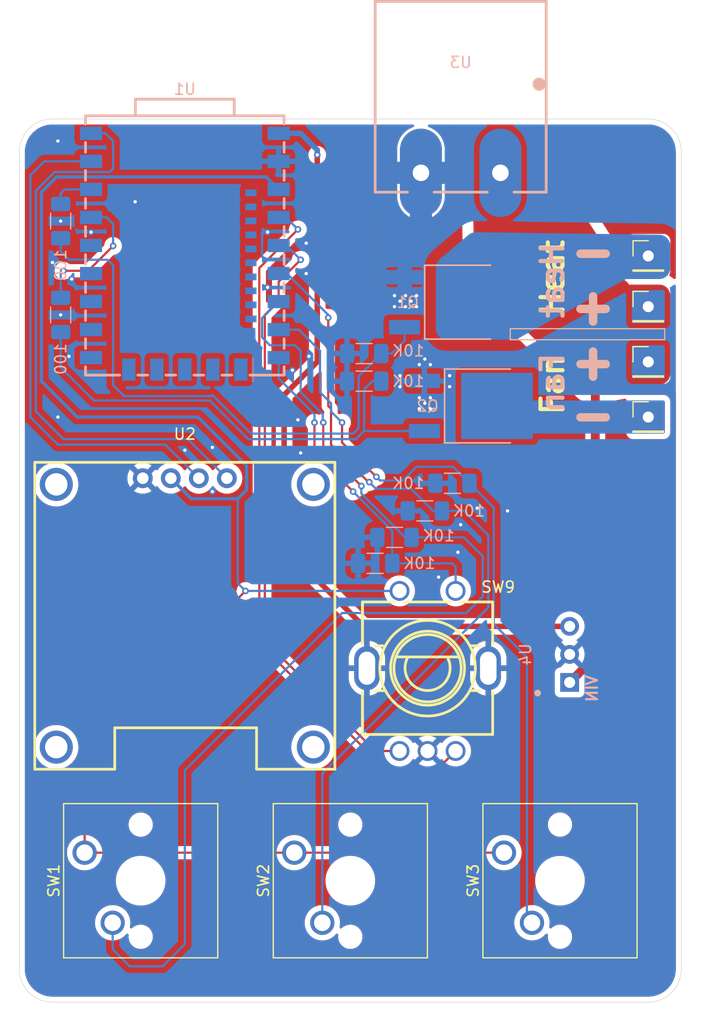
<source format=kicad_pcb>
(kicad_pcb (version 20241229) (generator "pcbnew") (generator_version "9.0")
  (layers (0 "F.Cu" signal) (2 "B.Cu" signal) (13 "F.Paste" user) (15 "B.Paste" user) (5 "F.SilkS" user "F.Silkscreen") (7 "B.SilkS" user "B.Silkscreen") (1 "F.Mask" user) (3 "B.Mask" user) (25 "Edge.Cuts" user))
  (net 0 "")
  (net 1 "Net-(J1-Pin_1)")
  (net 2 "+19V")
  (net 3 "Net-(J4-Pin_1)")
  (net 4 "GND")
  (net 5 "Net-(Q1-G)")
  (net 6 "Net-(Q2-G)")
  (net 7 "Net-(U1-GP2)")
  (net 8 "Net-(U1-GP3)")
  (net 9 "SW1")
  (net 10 "SW2")
  (net 11 "SW3")
  (net 12 "SW4")
  (net 13 "+3.3V")
  (net 16 "+5V")
  (net 21 "Net-(U1-GP1)")
  (net 25 "Net-(U1-GP0)")
  (net 27 "EC1")
  (net 28 "EC2")
  (footprint "Button_Switch_Keyboard:SW_Cherry_MX_1.00u_PCB" (layer "F.Cu") (at 149.92 126.46 90)
    (property "Reference" "SW2" (at -2.54 -2.794 90) (layer "F.SilkS"))
    (property "Value" "SW_Push")
    (fp_line (start 4.445 -1.905) (end 4.445 12.065) (stroke (width 0.12)) (layer "F.SilkS"))
    (fp_line (start -9.525 -1.905) (end 4.445 -1.905) (stroke (width 0.12)) (layer "F.SilkS"))
    (fp_line (start 4.445 12.065) (end -9.525 12.065) (stroke (width 0.12)) (layer "F.SilkS"))
    (fp_line (start -9.525 12.065) (end -9.525 -1.905) (stroke (width 0.12)) (layer "F.SilkS"))
    (pad "" np_thru_hole circle (at -7.62 5.08 90) (size 1.7 1.7) (drill 1.7) (layers "*.Cu" "*.Mask"))
    (pad "" np_thru_hole circle (at -2.54 5.08 90) (size 4 4) (drill 4) (layers "*.Cu" "*.Mask"))
    (pad "" np_thru_hole circle (at 2.54 5.08 90) (size 1.7 1.7) (drill 1.7) (layers "*.Cu" "*.Mask"))
    (pad "1" thru_hole circle (at 0 0 90) (size 2.2 2.2) (drill 1.5) (layers "*.Cu" "*.Mask") (net 13 "+3.3V"))
    (pad "2" thru_hole circle (at -6.35 2.54 90) (size 2.2 2.2) (drill 1.5) (layers "*.Cu" "*.Mask") (net 9 "SW1"))
  )
  (footprint "Button_Switch_Keyboard:SW_Cherry_MX_1.00u_PCB" (layer "F.Cu") (at 130.92 126.46 90)
    (property "Reference" "SW1" (at -2.54 -2.794 90) (layer "F.SilkS"))
    (property "Value" "SW_Push")
    (fp_line (start 4.445 -1.905) (end 4.445 12.065) (stroke (width 0.12)) (layer "F.SilkS"))
    (fp_line (start -9.525 -1.905) (end 4.445 -1.905) (stroke (width 0.12)) (layer "F.SilkS"))
    (fp_line (start 4.445 12.065) (end -9.525 12.065) (stroke (width 0.12)) (layer "F.SilkS"))
    (fp_line (start -9.525 12.065) (end -9.525 -1.905) (stroke (width 0.12)) (layer "F.SilkS"))
    (pad "" np_thru_hole circle (at -7.62 5.08 90) (size 1.7 1.7) (drill 1.7) (layers "*.Cu" "*.Mask"))
    (pad "" np_thru_hole circle (at -2.54 5.08 90) (size 4 4) (drill 4) (layers "*.Cu" "*.Mask"))
    (pad "" np_thru_hole circle (at 2.54 5.08 90) (size 1.7 1.7) (drill 1.7) (layers "*.Cu" "*.Mask"))
    (pad "1" thru_hole circle (at 0 0 90) (size 2.2 2.2) (drill 1.5) (layers "*.Cu" "*.Mask") (net 13 "+3.3V"))
    (pad "2" thru_hole circle (at -6.35 2.54 90) (size 2.2 2.2) (drill 1.5) (layers "*.Cu" "*.Mask") (net 10 "SW2"))
  )
  (footprint "Connector_PinHeader_2.54mm:PinHeader_1x01_P2.54mm_Vertical" (layer "F.Cu") (at 182 77)
    (property "Reference" "J2" (hide yes))
    (property "Value" "+" (at -5 0 0) (layer "F.SilkS") (effects (font (size 3 3) (thickness 0.75) (bold yes))))
    (fp_line (start -1.38 -1.38) (end 0 -1.38) (stroke (width 0.12)) (layer "F.SilkS"))
    (fp_line (start -1.38 0) (end -1.38 -1.38) (stroke (width 0.12)) (layer "F.SilkS"))
    (fp_line (start -1.38 1.27) (end -1.38 1.38) (stroke (width 0.12)) (layer "F.SilkS"))
    (fp_line (start -1.38 1.27) (end 1.38 1.27) (stroke (width 0.12)) (layer "F.SilkS"))
    (fp_line (start -1.38 1.38) (end 1.38 1.38) (stroke (width 0.12)) (layer "F.SilkS"))
    (fp_line (start 1.38 1.27) (end 1.38 1.38) (stroke (width 0.12)) (layer "F.SilkS"))
    (pad "1" thru_hole roundrect (at 0 0) (size 3 3) (drill 1) (layers "*.Cu" "*.Mask") (roundrect_rratio 0.05) (net 2 "+19V"))
  )
  (footprint "LCSC:OLED-TH_L27.8-W27.2-P2.54_C9900033791" (layer "F.Cu") (at 140 92.54)
    (property "Reference" "U2" (at 0 -4 0) (layer "F.SilkS"))
    (property "Value" "HS96L03W2C03")
    (fp_line (start -13.6 -1.44) (end 13.6 -1.44) (stroke (width 0.25)) (layer "F.SilkS"))
    (fp_line (start -13.6 26.36) (end -13.6 -1.44) (stroke (width 0.25)) (layer "F.SilkS"))
    (fp_line (start -6.35 22.61) (end -6.35 26.36) (stroke (width 0.25)) (layer "F.SilkS"))
    (fp_line (start -6.35 26.36) (end -13.6 26.36) (stroke (width 0.25)) (layer "F.SilkS"))
    (fp_line (start 6.5 22.61) (end -6.35 22.61) (stroke (width 0.25)) (layer "F.SilkS"))
    (fp_line (start 6.5 26.36) (end 6.5 22.61) (stroke (width 0.25)) (layer "F.SilkS"))
    (fp_line (start 13.6 -1.44) (end 13.6 26.36) (stroke (width 0.25)) (layer "F.SilkS"))
    (fp_line (start 13.6 26.36) (end 6.5 26.36) (stroke (width 0.25)) (layer "F.SilkS"))
    (pad "" thru_hole circle (at -11.65 0.56) (size 3 3) (drill 2.03) (layers "*.Cu" "*.Mask"))
    (pad "" thru_hole circle (at -11.65 24.36) (size 3 3) (drill 2.03) (layers "*.Cu" "*.Mask"))
    (pad "" thru_hole circle (at 11.65 0.56) (size 3 3) (drill 2.03) (layers "*.Cu" "*.Mask"))
    (pad "" thru_hole circle (at 11.65 24.36) (size 3 3) (drill 2.03) (layers "*.Cu" "*.Mask"))
    (pad "1" thru_hole circle (at -3.81 0) (size 1.8 1.8) (drill 1.049985) (layers "*.Cu" "*.Mask") (net 4 "GND"))
    (pad "2" thru_hole circle (at -1.27 0) (size 1.8 1.8) (drill 1.049985) (layers "*.Cu" "*.Mask") (net 13 "+3.3V"))
    (pad "3" thru_hole circle (at 1.27 0) (size 1.8 1.8) (drill 1.049985) (layers "*.Cu" "*.Mask") (net 21 "Net-(U1-GP1)"))
    (pad "4" thru_hole circle (at 3.81 0) (size 1.8 1.8) (drill 1.049985) (layers "*.Cu" "*.Mask") (net 25 "Net-(U1-GP0)"))
  )
  (footprint "Connector_PinHeader_2.54mm:PinHeader_1x01_P2.54mm_Vertical" (layer "F.Cu") (at 182 82)
    (property "Reference" "J3" (hide yes))
    (property "Value" "+" (at -5 0 0) (layer "F.SilkS") (effects (font (size 3 3) (thickness 0.75) (bold yes))))
    (fp_line (start -1.38 -1.38) (end 0 -1.38) (stroke (width 0.12)) (layer "F.SilkS"))
    (fp_line (start -1.38 0) (end -1.38 -1.38) (stroke (width 0.12)) (layer "F.SilkS"))
    (fp_line (start -1.38 1.27) (end -1.38 1.38) (stroke (width 0.12)) (layer "F.SilkS"))
    (fp_line (start -1.38 1.27) (end 1.38 1.27) (stroke (width 0.12)) (layer "F.SilkS"))
    (fp_line (start -1.38 1.38) (end 1.38 1.38) (stroke (width 0.12)) (layer "F.SilkS"))
    (fp_line (start 1.38 1.27) (end 1.38 1.38) (stroke (width 0.12)) (layer "F.SilkS"))
    (pad "1" thru_hole roundrect (at 0 0) (size 3 3) (drill 1) (layers "*.Cu" "*.Mask") (roundrect_rratio 0.05) (net 2 "+19V"))
  )
  (footprint "Connector_PinHeader_2.54mm:PinHeader_1x01_P2.54mm_Vertical" (layer "F.Cu") (at 182 72.41)
    (property "Reference" "J1" (hide yes))
    (property "Value" "-" (at -5 -0.41 0) (layer "F.SilkS") (effects (font (size 3 3) (thickness 0.75) (bold yes))))
    (fp_line (start -1.38 -1.38) (end 0 -1.38) (stroke (width 0.12)) (layer "F.SilkS"))
    (fp_line (start -1.38 0) (end -1.38 -1.38) (stroke (width 0.12)) (layer "F.SilkS"))
    (fp_line (start -1.38 1.27) (end -1.38 1.38) (stroke (width 0.12)) (layer "F.SilkS"))
    (fp_line (start -1.38 1.27) (end 1.38 1.27) (stroke (width 0.12)) (layer "F.SilkS"))
    (fp_line (start -1.38 1.38) (end 1.38 1.38) (stroke (width 0.12)) (layer "F.SilkS"))
    (fp_line (start 1.38 1.27) (end 1.38 1.38) (stroke (width 0.12)) (layer "F.SilkS"))
    (pad "1" thru_hole roundrect (at 0 0) (size 3 3) (drill 1) (layers "*.Cu" "*.Mask") (roundrect_rratio 0.05) (net 1 "Net-(J1-Pin_1)"))
  )
  (footprint "Button_Switch_Keyboard:SW_Cherry_MX_1.00u_PCB" (layer "F.Cu") (at 168.92 126.46 90)
    (property "Reference" "SW3" (at -2.54 -2.794 90) (layer "F.SilkS"))
    (property "Value" "SW_Push")
    (fp_line (start 4.445 -1.905) (end 4.445 12.065) (stroke (width 0.12)) (layer "F.SilkS"))
    (fp_line (start -9.525 -1.905) (end 4.445 -1.905) (stroke (width 0.12)) (layer "F.SilkS"))
    (fp_line (start 4.445 12.065) (end -9.525 12.065) (stroke (width 0.12)) (layer "F.SilkS"))
    (fp_line (start -9.525 12.065) (end -9.525 -1.905) (stroke (width 0.12)) (layer "F.SilkS"))
    (pad "" np_thru_hole circle (at -7.62 5.08 90) (size 1.7 1.7) (drill 1.7) (layers "*.Cu" "*.Mask"))
    (pad "" np_thru_hole circle (at -2.54 5.08 90) (size 4 4) (drill 4) (layers "*.Cu" "*.Mask"))
    (pad "" np_thru_hole circle (at 2.54 5.08 90) (size 1.7 1.7) (drill 1.7) (layers "*.Cu" "*.Mask"))
    (pad "1" thru_hole circle (at 0 0 90) (size 2.2 2.2) (drill 1.5) (layers "*.Cu" "*.Mask") (net 13 "+3.3V"))
    (pad "2" thru_hole circle (at -6.35 2.54 90) (size 2.2 2.2) (drill 1.5) (layers "*.Cu" "*.Mask") (net 11 "SW3"))
  )
  (footprint "LCSC:SW-TH_EC11XXXXXXXX" (layer "F.Cu") (at 162 110)
    (property "Reference" "SW9" (at 6.4 -7.6 0) (layer "F.SilkS"))
    (property "Value" "EC11E09244BS")
    (fp_line (start -5.9 -6.25) (end -5.9 -2.42) (stroke (width 0.25)) (layer "F.SilkS"))
    (fp_line (start -5.9 -6.25) (end -5.9 -2.42) (stroke (width 0.25)) (layer "F.SilkS"))
    (fp_line (start -5.9 -6.25) (end -3.07 -6.25) (stroke (width 0.25)) (layer "F.SilkS"))
    (fp_line (start -5.9 1.92) (end -5.9 5.75) (stroke (width 0.25)) (layer "F.SilkS"))
    (fp_line (start -5.9 1.92) (end -5.9 5.75) (stroke (width 0.25)) (layer "F.SilkS"))
    (fp_line (start -4.79 1.78) (end -3.81 1.78) (stroke (width 0.25)) (layer "F.SilkS"))
    (fp_line (start -4.05 -2.28) (end -4.79 -2.28) (stroke (width 0.25)) (layer "F.SilkS"))
    (fp_line (start -2.79 -1.27) (end 2.79 -1.27) (stroke (width 0.25)) (layer "F.SilkS"))
    (fp_line (start -2.01 -6.25) (end 2.01 -6.25) (stroke (width 0.25)) (layer "F.SilkS"))
    (fp_line (start 3.07 -6.25) (end 5.9 -6.25) (stroke (width 0.25)) (layer "F.SilkS"))
    (fp_line (start 4.79 -2.28) (end 3.98 -2.28) (stroke (width 0.25)) (layer "F.SilkS"))
    (fp_line (start 4.79 1.78) (end 3.98 1.78) (stroke (width 0.25)) (layer "F.SilkS"))
    (fp_line (start 5.9 -2.42) (end 5.9 -6.25) (stroke (width 0.25)) (layer "F.SilkS"))
    (fp_line (start 5.9 5.75) (end -5.9 5.75) (stroke (width 0.25)) (layer "F.SilkS"))
    (fp_line (start 5.9 5.75) (end 5.9 1.92) (stroke (width 0.25)) (layer "F.SilkS"))
    (fp_arc (start 1.782861 -1.26489) (mid -0.002928 1.771664) (end -1.78 -1.27) (stroke (width 0.25)) (layer "F.SilkS"))
    (fp_circle (center 0 -0.25) (end 3.05 -0.25) (stroke (width 0.25)) (fill no) (layer "F.SilkS"))
    (fp_circle (center 0 -0.25) (end 3.35 -0.25) (stroke (width 0.25)) (fill no) (layer "F.SilkS"))
    (fp_circle (center 0 -0.25) (end 4.33 -0.25) (stroke (width 0.25)) (fill no) (layer "F.SilkS"))
    (pad "6" thru_hole oval (at 5.5 -0.25 90) (size 4 2.3) (drill oval 2.999994 1.500022) (layers "*.Cu" "*.Mask") (net 4 "GND"))
    (pad "7" thru_hole oval (at -5.5 -0.25 90) (size 4 2.3) (drill oval 2.999994 1.500022) (layers "*.Cu" "*.Mask") (net 4 "GND"))
    (pad "A" thru_hole circle (at -2.54 7.25) (size 1.8 1.8) (drill 1.300023) (layers "*.Cu" "*.Mask") (net 28 "EC2"))
    (pad "B" thru_hole circle (at 2.54 7.25) (size 1.8 1.8) (drill 1.300023) (layers "*.Cu" "*.Mask") (net 27 "EC1"))
    (pad "C" thru_hole circle (at 0 7.25) (size 1.8 1.8) (drill 1.300023) (layers "*.Cu" "*.Mask") (net 4 "GND"))
    (pad "D" thru_hole circle (at -2.54 -7.25) (size 1.8 1.8) (drill 1.300023) (layers "*.Cu" "*.Mask") (net 13 "+3.3V"))
    (pad "E" thru_hole circle (at 2.54 -7.25) (size 1.8 1.8) (drill 1.300023) (layers "*.Cu" "*.Mask") (net 12 "SW4"))
  )
  (footprint "Connector_PinHeader_2.54mm:PinHeader_1x01_P2.54mm_Vertical" (layer "F.Cu") (at 182 87)
    (property "Reference" "J4" (hide yes))
    (property "Value" "-" (at -5 -0.18 0) (layer "F.SilkS") (effects (font (size 3 3) (thickness 0.75) (bold yes))))
    (fp_line (start -1.38 -1.38) (end 0 -1.38) (stroke (width 0.12)) (layer "F.SilkS"))
    (fp_line (start -1.38 0) (end -1.38 -1.38) (stroke (width 0.12)) (layer "F.SilkS"))
    (fp_line (start -1.38 1.27) (end -1.38 1.38) (stroke (width 0.12)) (layer "F.SilkS"))
    (fp_line (start -1.38 1.27) (end 1.38 1.27) (stroke (width 0.12)) (layer "F.SilkS"))
    (fp_line (start -1.38 1.38) (end 1.38 1.38) (stroke (width 0.12)) (layer "F.SilkS"))
    (fp_line (start 1.38 1.27) (end 1.38 1.38) (stroke (width 0.12)) (layer "F.SilkS"))
    (pad "1" thru_hole roundrect (at 0 0) (size 3 3) (drill 1) (layers "*.Cu" "*.Mask") (roundrect_rratio 0.05) (net 3 "Net-(J4-Pin_1)"))
  )
  (footprint "Resistor_SMD:R_1206_3216Metric_Pad1.30x1.75mm_HandSolder" (layer "B.Cu") (at 128.75 77.75 -90)
    (property "Reference" "R2" (hide yes))
    (property "Value" "100" (at 4 0 90) (layer "B.SilkS") (effects (justify mirror)))
    (fp_line (start -0.727064 0.91) (end 0.727064 0.91) (stroke (width 0.12)) (layer "B.SilkS"))
    (fp_line (start -0.727064 -0.91) (end 0.727064 -0.91) (stroke (width 0.12)) (layer "B.SilkS"))
    (pad "1" smd roundrect (at -1.55 0 270) (size 1.3 1.75) (layers "B.Cu" "B.Mask" "B.Paste") (roundrect_rratio 0.192308) (net 8 "Net-(U1-GP3)"))
    (pad "2" smd roundrect (at 1.55 0 270) (size 1.3 1.75) (layers "B.Cu" "B.Mask" "B.Paste") (roundrect_rratio 0.192308) (net 6 "Net-(Q2-G)"))
  )
  (footprint "LCSC:TO-252-2_L6.6-W6.1-P4.57-LS9.9-TL-CW" (layer "B.Cu") (at 165 86)
    (property "Reference" "Q2" (at -3 0 0) (layer "B.SilkS") (effects (justify mirror)))
    (property "Value" "IPD33CN10N G" (hide yes))
    (fp_line (start -1.46 3.34) (end -1.46 -3.35) (stroke (width 0.15)) (layer "B.SilkS"))
    (fp_line (start 4.51 -3.35) (end -1.46 -3.35) (stroke (width 0.15)) (layer "B.SilkS"))
    (fp_line (start 4.51 3.34) (end -1.46 3.34) (stroke (width 0.15)) (layer "B.SilkS"))
    (pad "1" smd rect (at -3.29 2.27) (size 2.8 1.3) (layers "B.Cu" "B.Mask" "B.Paste") (net 6 "Net-(Q2-G)"))
    (pad "2" smd rect (at 3.29 0) (size 6.5 6) (layers "B.Cu" "B.Mask" "B.Paste") (net 3 "Net-(J4-Pin_1)"))
    (pad "3" smd rect (at -3.29 -2.27) (size 2.8 1.3) (layers "B.Cu" "B.Mask" "B.Paste") (net 4 "GND"))
  )
  (footprint "Resistor_SMD:R_1206_3216Metric_Pad1.30x1.75mm_HandSolder" (layer "B.Cu") (at 159 97.9 180)
    (property "Reference" "R6" (hide yes))
    (property "Value" "10K" (at -4 0.15 0) (layer "B.SilkS") (effects (justify mirror)))
    (fp_line (start -0.727064 0.91) (end 0.727064 0.91) (stroke (width 0.12)) (layer "B.SilkS"))
    (fp_line (start -0.727064 -0.91) (end 0.727064 -0.91) (stroke (width 0.12)) (layer "B.SilkS"))
    (pad "1" smd roundrect (at -1.55 0 180) (size 1.3 1.75) (layers "B.Cu" "B.Mask" "B.Paste") (roundrect_rratio 0.192308) (net 10 "SW2"))
    (pad "2" smd roundrect (at 1.55 0 180) (size 1.3 1.75) (layers "B.Cu" "B.Mask" "B.Paste") (roundrect_rratio 0.192308) (net 4 "GND"))
  )
  (footprint "LCSC:PWRM-TH_K78XX-500R3" (layer "B.Cu") (at 174.875 108.5 -90)
    (property "Reference" "U4" (at 0 4 90) (layer "B.SilkS") (effects (justify mirror)))
    (property "Value" "K7805-500R3_C909662")
    (fp_circle (center 3.5 2.9) (end 3.65 2.9) (stroke (width 0.3)) (fill no) (layer "B.SilkS"))
    (fp_text user "VIN" (at 1.78 -2.03 90) (layer "B.SilkS") (effects (font (thickness 0.2)) (justify left mirror)))
    (pad "1" thru_hole rect (at 2.54 0 90) (size 1.7 1.7) (drill 0.999998) (layers "*.Cu" "*.Mask") (net 2 "+19V"))
    (pad "2" thru_hole circle (at 0 0 90) (size 1.7 1.7) (drill 0.999998) (layers "*.Cu" "*.Mask") (net 4 "GND"))
    (pad "3" thru_hole circle (at -2.54 0 90) (size 1.7 1.7) (drill 0.999998) (layers "*.Cu" "*.Mask") (net 16 "+5V"))
  )
  (footprint "Resistor_SMD:R_1206_3216Metric_Pad1.30x1.75mm_HandSolder" (layer "B.Cu") (at 157.25 100.25 180)
    (property "Reference" "R8" (hide yes))
    (property "Value" "10K" (at -4 0 0) (layer "B.SilkS") (effects (justify mirror)))
    (fp_line (start -0.727064 0.91) (end 0.727064 0.91) (stroke (width 0.12)) (layer "B.SilkS"))
    (fp_line (start -0.727064 -0.91) (end 0.727064 -0.91) (stroke (width 0.12)) (layer "B.SilkS"))
    (pad "1" smd roundrect (at -1.55 0 180) (size 1.3 1.75) (layers "B.Cu" "B.Mask" "B.Paste") (roundrect_rratio 0.192308) (net 12 "SW4"))
    (pad "2" smd roundrect (at 1.55 0 180) (size 1.3 1.75) (layers "B.Cu" "B.Mask" "B.Paste") (roundrect_rratio 0.192308) (net 4 "GND"))
  )
  (footprint "Resistor_SMD:R_1206_3216Metric_Pad1.30x1.75mm_HandSolder" (layer "B.Cu") (at 156.25 83.75)
    (property "Reference" "R3" (hide yes))
    (property "Value" "10K" (at 4 0 0) (layer "B.SilkS") (effects (justify mirror)))
    (fp_line (start -0.727064 -0.91) (end 0.727064 -0.91) (stroke (width 0.12)) (layer "B.SilkS"))
    (fp_line (start -0.727064 0.91) (end 0.727064 0.91) (stroke (width 0.12)) (layer "B.SilkS"))
    (pad "1" smd roundrect (at -1.55 0) (size 1.3 1.75) (layers "B.Cu" "B.Mask" "B.Paste") (roundrect_rratio 0.192308) (net 4 "GND"))
    (pad "2" smd roundrect (at 1.55 0) (size 1.3 1.75) (layers "B.Cu" "B.Mask" "B.Paste") (roundrect_rratio 0.192308) (net 6 "Net-(Q2-G)"))
  )
  (footprint "Resistor_SMD:R_1206_3216Metric_Pad1.30x1.75mm_HandSolder" (layer "B.Cu") (at 128.75 69.25 -90)
    (property "Reference" "R1" (hide yes))
    (property "Value" "100" (at 4 0 90) (layer "B.SilkS") (effects (justify mirror)))
    (fp_line (start -0.727064 0.91) (end 0.727064 0.91) (stroke (width 0.12)) (layer "B.SilkS"))
    (fp_line (start -0.727064 -0.91) (end 0.727064 -0.91) (stroke (width 0.12)) (layer "B.SilkS"))
    (pad "1" smd roundrect (at -1.55 0 270) (size 1.3 1.75) (layers "B.Cu" "B.Mask" "B.Paste") (roundrect_rratio 0.192308) (net 7 "Net-(U1-GP2)"))
    (pad "2" smd roundrect (at 1.55 0 270) (size 1.3 1.75) (layers "B.Cu" "B.Mask" "B.Paste") (roundrect_rratio 0.192308) (net 5 "Net-(Q1-G)"))
  )
  (footprint "LCSC:TO-252-2_L6.6-W6.1-P4.57-LS9.9-TL-CW" (layer "B.Cu") (at 163.2 76.6)
    (property "Reference" "Q1" (at -3 0 0) (layer "B.SilkS") (effects (justify mirror)))
    (property "Value" "IPD33CN10N G" (hide yes))
    (fp_line (start -1.46 3.34) (end -1.46 -3.35) (stroke (width 0.15)) (layer "B.SilkS"))
    (fp_line (start 4.51 -3.35) (end -1.46 -3.35) (stroke (width 0.15)) (layer "B.SilkS"))
    (fp_line (start 4.51 3.34) (end -1.46 3.34) (stroke (width 0.15)) (layer "B.SilkS"))
    (pad "1" smd rect (at -3.29 2.27) (size 2.8 1.3) (layers "B.Cu" "B.Mask" "B.Paste") (net 5 "Net-(Q1-G)"))
    (pad "2" smd rect (at 3.29 0) (size 6.5 6) (layers "B.Cu" "B.Mask" "B.Paste") (net 1 "Net-(J1-Pin_1)"))
    (pad "3" smd rect (at -3.29 -2.27) (size 2.8 1.3) (layers "B.Cu" "B.Mask" "B.Paste") (net 4 "GND"))
  )
  (footprint "Resistor_SMD:R_1206_3216Metric_Pad1.30x1.75mm_HandSolder" (layer "B.Cu") (at 164.25 93 180)
    (property "Reference" "R7" (hide yes))
    (property "Value" "10K" (at 4 0 0) (layer "B.SilkS") (effects (justify mirror)))
    (fp_line (start -0.727064 0.91) (end 0.727064 0.91) (stroke (width 0.12)) (layer "B.SilkS"))
    (fp_line (start -0.727064 -0.91) (end 0.727064 -0.91) (stroke (width 0.12)) (layer "B.SilkS"))
    (pad "1" smd roundrect (at -1.55 0 180) (size 1.3 1.75) (layers "B.Cu" "B.Mask" "B.Paste") (roundrect_rratio 0.192308) (net 11 "SW3"))
    (pad "2" smd roundrect (at 1.55 0 180) (size 1.3 1.75) (layers "B.Cu" "B.Mask" "B.Paste") (roundrect_rratio 0.192308) (net 4 "GND"))
  )
  (footprint "LCSC:TH_2P-XT60PW-F" (layer "B.Cu") (at 165 61.8775 180)
    (property "Reference" "U3" (at 0 7 0) (layer "B.SilkS") (effects (justify mirror)))
    (property "Value" "XT60PW-F_C428722" (hide yes))
    (fp_line (start 7.75 12.53) (end -7.75 12.53) (stroke (width 0.25)) (layer "B.SilkS"))
    (fp_line (start 7.75 -4.75) (end 7.75 12.53) (stroke (width 0.25)) (layer "B.SilkS"))
    (fp_line (start 4.83 -4.75) (end 7.75 -4.75) (stroke (width 0.25)) (layer "B.SilkS"))
    (fp_line (start -2.41 -4.75) (end 2.41 -4.75) (stroke (width 0.25)) (layer "B.SilkS"))
    (fp_line (start -7.75 12.53) (end -7.75 -4.75) (stroke (width 0.25)) (layer "B.SilkS"))
    (fp_line (start -7.75 -4.75) (end -4.83 -4.75) (stroke (width 0.25)) (layer "B.SilkS"))
    (fp_circle (center -7.11 5.03) (end -6.81 5.03) (stroke (width 0.6)) (fill no) (layer "B.SilkS"))
    (pad "3" thru_hole oval (at -3.6 -3 180) (size 3.8 8) (drill 1.5) (layers "*.Cu" "*.Mask") (net 2 "+19V"))
    (pad "4" thru_hole oval (at 3.6 -3 180) (size 3.8 8) (drill 1.5) (layers "*.Cu" "*.Mask") (net 4 "GND"))
  )
  (footprint "Resistor_SMD:R_1206_3216Metric_Pad1.30x1.75mm_HandSolder" (layer "B.Cu") (at 161.75 95.5 180)
    (property "Reference" "R5" (hide yes))
    (property "Value" "10K" (at -4 0 0) (layer "B.SilkS") (effects (justify mirror)))
    (fp_line (start -0.727064 0.91) (end 0.727064 0.91) (stroke (width 0.12)) (layer "B.SilkS"))
    (fp_line (start -0.727064 -0.91) (end 0.727064 -0.91) (stroke (width 0.12)) (layer "B.SilkS"))
    (pad "1" smd roundrect (at -1.55 0 180) (size 1.3 1.75) (layers "B.Cu" "B.Mask" "B.Paste") (roundrect_rratio 0.192308) (net 9 "SW1"))
    (pad "2" smd roundrect (at 1.55 0 180) (size 1.3 1.75) (layers "B.Cu" "B.Mask" "B.Paste") (roundrect_rratio 0.192308) (net 4 "GND"))
  )
  (footprint "LCSC:COMM-SMD_RP2040-ZERO" (layer "B.Cu") (at 140 72 180)
    (property "Reference" "U1" (at 0 14.7 0) (layer "B.SilkS") (effects (justify mirror)))
    (property "Value" "RP2040-ZERO")
    (fp_line (start 9 12.29) (end 9 11.53) (stroke (width 0.25)) (layer "B.SilkS"))
    (fp_line (start 9 9.87) (end 9 8.99) (stroke (width 0.25)) (layer "B.SilkS"))
    (fp_line (start 9 7.33) (end 9 6.45) (stroke (width 0.25)) (layer "B.SilkS"))
    (fp_line (start 9 4.79) (end 9 3.91) (stroke (width 0.25)) (layer "B.SilkS"))
    (fp_line (start 9 2.25) (end 9 1.37) (stroke (width 0.25)) (layer "B.SilkS"))
    (fp_line (start 9 -0.29) (end 9 -1.17) (stroke (width 0.25)) (layer "B.SilkS"))
    (fp_line (start 9 -2.83) (end 9 -3.71) (stroke (width 0.25)) (layer "B.SilkS"))
    (fp_line (start 9 -5.37) (end 9 -6.25) (stroke (width 0.25)) (layer "B.SilkS"))
    (fp_line (start 9 -7.91) (end 9 -8.79) (stroke (width 0.25)) (layer "B.SilkS"))
    (fp_line (start 9 -10.45) (end 9 -11.2) (stroke (width 0.25)) (layer "B.SilkS"))
    (fp_line (start 9 -11.2) (end 5.91 -11.2) (stroke (width 0.25)) (layer "B.SilkS"))
    (fp_line (start 4.48 13.79) (end -4.48 13.79) (stroke (width 0.25)) (layer "B.SilkS"))
    (fp_line (start 4.48 12.29) (end 4.48 13.79) (stroke (width 0.25)) (layer "B.SilkS"))
    (fp_line (start 4.25 -11.2) (end 3.37 -11.2) (stroke (width 0.25)) (layer "B.SilkS"))
    (fp_line (start 1.71 -11.2) (end 0.83 -11.2) (stroke (width 0.25)) (layer "B.SilkS"))
    (fp_line (start -0.83 -11.2) (end -1.71 -11.2) (stroke (width 0.25)) (layer "B.SilkS"))
    (fp_line (start -3.37 -11.2) (end -4.25 -11.2) (stroke (width 0.25)) (layer "B.SilkS"))
    (fp_line (start -4.48 12.29) (end -4.48 13.79) (stroke (width 0.25)) (layer "B.SilkS"))
    (fp_line (start -5.91 -11.2) (end -9 -11.2) (stroke (width 0.25)) (layer "B.SilkS"))
    (fp_line (start -9 12.29) (end 9 12.29) (stroke (width 0.25)) (layer "B.SilkS"))
    (fp_line (start -9 11.53) (end -9 12.29) (stroke (width 0.25)) (layer "B.SilkS"))
    (fp_line (start -9 8.99) (end -9 9.87) (stroke (width 0.25)) (layer "B.SilkS"))
    (fp_line (start -9 6.45) (end -9 7.33) (stroke (width 0.25)) (layer "B.SilkS"))
    (fp_line (start -9 3.91) (end -9 4.79) (stroke (width 0.25)) (layer "B.SilkS"))
    (fp_line (start -9 1.37) (end -9 2.25) (stroke (width 0.25)) (layer "B.SilkS"))
    (fp_line (start -9 -1.17) (end -9 -0.29) (stroke (width 0.25)) (layer "B.SilkS"))
    (fp_line (start -9 -3.71) (end -9 -2.83) (stroke (width 0.25)) (layer "B.SilkS"))
    (fp_line (start -9 -6.25) (end -9 -5.37) (stroke (width 0.25)) (layer "B.SilkS"))
    (fp_line (start -9 -8.79) (end -9 -7.91) (stroke (width 0.25)) (layer "B.SilkS"))
    (fp_line (start -9 -11.2) (end -9 -10.45) (stroke (width 0.25)) (layer "B.SilkS"))
    (pad "1" smd rect (at 8.5 10.7 180) (size 2 1.2) (layers "B.Cu" "B.Mask" "B.Paste") (net 25 "Net-(U1-GP0)"))
    (pad "2" smd rect (at 8.5 8.16 180) (size 2 1.2) (layers "B.Cu" "B.Mask" "B.Paste") (net 21 "Net-(U1-GP1)"))
    (pad "3" smd rect (at 8.5 5.62 180) (size 2 1.2) (layers "B.Cu" "B.Mask" "B.Paste") (net 7 "Net-(U1-GP2)"))
    (pad "4" smd rect (at 8.5 3.08 180) (size 2 1.2) (layers "B.Cu" "B.Mask" "B.Paste") (net 8 "Net-(U1-GP3)"))
    (pad "5" smd rect (at 8.5 0.54 180) (size 2 1.2) (layers "B.Cu" "B.Mask" "B.Paste"))
    (pad "6" smd rect (at 8.5 -2 180) (size 2 1.2) (layers "B.Cu" "B.Mask" "B.Paste"))
    (pad "7" smd rect (at 8.5 -4.54 180) (size 2 1.2) (layers "B.Cu" "B.Mask" "B.Paste"))
    (pad "8" smd rect (at 8.5 -7.08 180) (size 2 1.2) (layers "B.Cu" "B.Mask" "B.Paste"))
    (pad "9" smd rect (at 8.5 -9.62 180) (size 2 1.2) (layers "B.Cu" "B.Mask" "B.Paste"))
    (pad "10" smd rect (at 5.08 -10.7 180) (size 1.2 2) (layers "B.Cu" "B.Mask" "B.Paste"))
    (pad "11" smd rect (at 2.54 -10.7 180) (size 1.2 2) (layers "B.Cu" "B.Mask" "B.Paste"))
    (pad "12" smd rect (at 0 -10.7 180) (size 1.2 2) (layers "B.Cu" "B.Mask" "B.Paste"))
    (pad "13" smd rect (at -2.54 -10.7 180) (size 1.2 2) (layers "B.Cu" "B.Mask" "B.Paste"))
    (pad "14" smd rect (at -5.08 -10.7 180) (size 1.2 2) (layers "B.Cu" "B.Mask" "B.Paste"))
    (pad "15" smd rect (at -8.5 -9.62 180) (size 2 1.2) (layers "B.Cu" "B.Mask" "B.Paste") (net 12 "SW4"))
    (pad "16" smd rect (at -8.5 -7.08 180) (size 2 1.2) (layers "B.Cu" "B.Mask" "B.Paste") (net 11 "SW3"))
    (pad "17" smd rect (at -8.5 -4.54 180) (size 2 1.2) (layers "B.Cu" "B.Mask" "B.Paste") (net 10 "SW2"))
    (pad "18" smd rect (at -8.5 -2 180) (size 2 1.2) (layers "B.Cu" "B.Mask" "B.Paste") (net 9 "SW1"))
    (pad "19" smd rect (at -8.5 0.54 180) (size 2 1.2) (layers "B.Cu" "B.Mask" "B.Paste") (net 28 "EC2"))
    (pad "20" smd rect (at -8.5 3.08 180) (size 2 1.2) (layers "B.Cu" "B.Mask" "B.Paste") (net 27 "EC1"))
    (pad "21" smd rect (at -8.5 5.62 180) (size 2 1.2) (layers "B.Cu" "B.Mask" "B.Paste") (net 13 "+3.3V"))
    (pad "22" smd rect (at -8.5 8.16 180) (size 2 1.2) (layers "B.Cu" "B.Mask" "B.Paste") (net 4 "GND"))
    (pad "23" smd rect (at -8.5 10.7 180) (size 2 1.2) (layers "B.Cu" "B.Mask" "B.Paste") (net 16 "+5V"))
    (pad "24" smd rect (at -5.99 -6.11 180) (size 1.01 0.61) (layers "B.Cu" "B.Mask" "B.Paste"))
    (pad "25" smd rect (at -5.99 -4.84 180) (size 1.01 0.61) (layers "B.Cu" "B.Mask" "B.Paste"))
    (pad "26" smd rect (at -5.99 -3.57 180) (size 1.01 0.61) (layers "B.Cu" "B.Mask" "B.Paste"))
    (pad "27" smd rect (at -5.99 -2.3 180) (size 1.01 0.61) (layers "B.Cu" "B.Mask" "B.Paste"))
    (pad "28" smd rect (at -5.99 -1.03 180) (size 1.01 0.61) (layers "B.Cu" "B.Mask" "B.Paste"))
    (pad "29" smd rect (at -5.99 0.23 180) (size 1.01 0.61) (layers "B.Cu" "B.Mask" "B.Paste"))
    (pad "30" smd rect (at -5.99 1.5 180) (size 1.01 0.61) (layers "B.Cu" "B.Mask" "B.Paste"))
    (pad "31" smd rect (at -5.99 2.77 180) (size 1.01 0.61) (layers "B.Cu" "B.Mask" "B.Paste"))
    (pad "32" smd rect (at -5.99 4.04 180) (size 1.01 0.61) (layers "B.Cu" "B.Mask" "B.Paste"))
    (pad "33" smd rect (at -5.99 5.31 180) (size 1.01 0.61) (layers "B.Cu" "B.Mask" "B.Paste"))
  )
  (footprint "Resistor_SMD:R_1206_3216Metric_Pad1.30x1.75mm_HandSolder" (layer "B.Cu") (at 156.25 81.25)
    (property "Reference" "R4" (hide yes))
    (property "Value" "10K" (at 4 -0.25 0) (layer "B.SilkS") (effects (justify mirror)))
    (fp_line (start -0.727064 -0.91) (end 0.727064 -0.91) (stroke (width 0.12)) (layer "B.SilkS"))
    (fp_line (start -0.727064 0.91) (end 0.727064 0.91) (stroke (width 0.12)) (layer "B.SilkS"))
    (pad "1" smd roundrect (at -1.55 0) (size 1.3 1.75) (layers "B.Cu" "B.Mask" "B.Paste") (roundrect_rratio 0.192308) (net 4 "GND"))
    (pad "2" smd roundrect (at 1.55 0) (size 1.3 1.75) (layers "B.Cu" "B.Mask" "B.Paste") (roundrect_rratio 0.192308) (net 5 "Net-(Q1-G)"))
  )
  (gr_line (start 183.495 80) (end 183.495 79) (stroke (width 0.1)) (layer "F.SilkS"))
  (gr_line (start 169.495 79) (end 169.495 80) (stroke (width 0.1)) (layer "F.SilkS"))
  (gr_line (start 183.495 79) (end 169.495 79) (stroke (width 0.1)) (layer "F.SilkS"))
  (gr_line (start 169.495 80) (end 183.495 80) (stroke (width 0.1)) (layer "F.SilkS"))
  (gr_line (start 169.495 80) (end 183.495 80) (stroke (width 0.1)) (layer "B.SilkS"))
  (gr_line (start 183.495 79) (end 169.495 79) (stroke (width 0.1)) (layer "B.SilkS"))
  (gr_line (start 169.495 79) (end 169.495 80) (stroke (width 0.1)) (layer "B.SilkS"))
  (gr_line (start 183.495 80) (end 183.495 79) (stroke (width 0.1)) (layer "B.SilkS"))
  (gr_line (start 185 63) (end 185 137) (stroke (width 0.05)) (layer "Edge.Cuts"))
  (gr_line (start 128 60) (end 182 60) (stroke (width 0.05)) (layer "Edge.Cuts"))
  (gr_arc (start 182 60) (mid 184.12132 60.87868) (end 185 63) (stroke (width 0.05)) (layer "Edge.Cuts"))
  (gr_arc (start 185 137) (mid 184.12132 139.12132) (end 182 140) (stroke (width 0.05)) (layer "Edge.Cuts"))
  (gr_arc (start 128 140) (mid 125.87868 139.12132) (end 125 137) (stroke (width 0.05)) (layer "Edge.Cuts"))
  (gr_line (start 182 140) (end 128 140) (stroke (width 0.05)) (layer "Edge.Cuts"))
  (gr_arc (start 125 63) (mid 125.87868 60.87868) (end 128 60) (stroke (width 0.05)) (layer "Edge.Cuts"))
  (gr_line (start 125 137) (end 125 63) (stroke (width 0.05)) (layer "Edge.Cuts"))
  (gr_text "Fan" (at 174.495 87 90) (layer "F.SilkS") (effects (font (size 2 2) (thickness 0.375)) (justify left bottom)))
  (gr_text "Heat" (at 174.495 78 90) (layer "F.SilkS") (effects (font (size 2 2) (thickness 0.375)) (justify left bottom)))
  (gr_text "-" (at 177 72 0) (layer "B.SilkS") (effects (font (size 3 3) (thickness 0.75) (bold yes))))
  (gr_text "+" (at 177 77 0) (layer "B.SilkS") (effects (font (size 3 3) (thickness 0.75) (bold yes))))
  (gr_text "-" (at 177 86.82 0) (layer "B.SilkS") (effects (font (size 3 3) (thickness 0.75) (bold yes))))
  (gr_text "+" (at 177 82 0) (layer "B.SilkS") (effects (font (size 3 3) (thickness 0.75) (bold yes))))
  (gr_text "Heat" (at 174.495 71 90) (layer "B.SilkS") (effects (font (size 2 2) (thickness 0.375)) (justify left bottom mirror)))
  (gr_text "Fan" (at 174.495 81 90) (layer "B.SilkS") (effects (font (size 2 2) (thickness 0.375)) (justify left bottom mirror)))
  (segment (start 177.2 84.4) (end 179.6 82) (width 0.8) (layer "F.Cu") (net 2))
  (segment (start 168.6 75.8) (end 168.6 64.8775) (width 0.8) (layer "F.Cu") (net 2))
  (segment (start 179.6 82) (end 182 82) (width 0.8) (layer "F.Cu") (net 2))
  (segment (start 177.2 84.4) (end 168.6 75.8) (width 0.8) (layer "F.Cu") (net 2))
  (segment (start 177.2 108.715) (end 177.2 84.4) (width 0.8) (layer "F.Cu") (net 2))
  (segment (start 174.875 111.04) (end 177.2 108.715) (width 0.8) (layer "F.Cu") (net 2))
  (segment (start 182 87) (end 169.29 87) (width 3) (layer "B.Cu") (net 3))
  (segment (start 169.29 87) (end 168.29 86) (width 3) (layer "B.Cu") (net 3))
  (via (at 164 83.25) (size 0.6) (drill 0.3) (layers "F.Cu" "B.Cu") (net 4))
  (via (at 161.75 85.75) (size 0.6) (drill 0.3) (layers "F.Cu" "B.Cu") (net 4))
  (via (at 128.75 77.75) (size 0.6) (drill 0.3) (layers "F.Cu" "B.Cu") (net 4))
  (via (at 163 101.5) (size 0.6) (drill 0.3) (layers "F.Cu" "B.Cu") (net 4))
  (via (at 129.5 81.5) (size 0.6) (drill 0.3) (layers "F.Cu" "B.Cu") (net 4))
  (via (at 159.5 76.5) (size 0.6) (drill 0.3) (layers "F.Cu" "B.Cu") (net 4))
  (via (at 161.25 85.25) (size 0.6) (drill 0.3) (layers "F.Cu" "B.Cu") (net 4))
  (via (at 159.5 83.25) (size 0.6) (drill 0.3) (layers "F.Cu" "B.Cu") (net 4))
  (via (at 149.75 82.75) (size 0.6) (drill 0.3) (layers "F.Cu" "B.Cu") (net 4))
  (via (at 162.25 82.25) (size 0.6) (drill 0.3) (layers "F.Cu" "B.Cu") (net 4))
  (via (at 151 74) (size 0.6) (drill 0.3) (layers "F.Cu" "B.Cu") (net 4))
  (via (at 164.75 99.25) (size 0.6) (drill 0.3) (layers "F.Cu" "B.Cu") (net 4))
  (via (at 161.75 81.75) (size 0.6) (drill 0.3) (layers "F.Cu" "B.Cu") (net 4))
  (via (at 161.25 82.25) (size 0.6) (drill 0.3) (layers "F.Cu" "B.Cu") (net 4))
  (via (at 128 73) (size 0.6) (drill 0.3) (layers "F.Cu" "B.Cu") (net 4))
  (via (at 151.25 81.5) (size 0.6) (drill 0.3) (layers "F.Cu" "B.Cu") (net 4))
  (via (at 162.25 86.25) (size 0.6) (drill 0.3) (layers "F.Cu" "B.Cu") (net 4))
  (via (at 150.5 90.25) (size 0.6) (drill 0.3) (layers "F.Cu" "B.Cu") (net 4))
  (via (at 161 76) (size 0.6) (drill 0.3) (layers "F.Cu" "B.Cu") (net 4))
  (via (at 160.5 76.5) (size 0.6) (drill 0.3) (layers "F.Cu" "B.Cu") (net 4))
  (via (at 142.5 93.75) (size 0.6) (drill 0.3) (layers "F.Cu" "B.Cu") (net 4))
  (via (at 169.25 95.5) (size 0.6) (drill 0.3) (layers "F.Cu" "B.Cu") (net 4))
  (via (at 159 77) (size 0.6) (drill 0.3) (layers "F.Cu" "B.Cu") (net 4))
  (via (at 165 96.75) (size 0.6) (drill 0.3) (layers "F.Cu" "B.Cu") (net 4))
  (via (at 159 76) (size 0.6) (drill 0.3) (layers "F.Cu" "B.Cu") (net 4))
  (via (at 128.5 87) (size 0.6) (drill 0.3) (layers "F.Cu" "B.Cu") (net 4))
  (via (at 129.75 74.5) (size 0.6) (drill 0.3) (layers "F.Cu" "B.Cu") (net 4))
  (via (at 147.5 70.25) (size 0.6) (drill 0.3) (layers "F.Cu" "B.Cu") (net 4))
  (via (at 142.5 89.75) (size 0.6) (drill 0.3) (layers "F.Cu" "B.Cu") (net 4))
  (via (at 159.5 84.25) (size 0.6) (drill 0.3) (layers "F.Cu" "B.Cu") (net 4))
  (via (at 147.5 75.25) (size 0.6) (drill 0.3) (layers "F.Cu" "B.Cu") (net 4))
  (via (at 166.5 95.25) (size 0.6) (drill 0.3) (layers "F.Cu" "B.Cu") (net 4))
  (via (at 128.75 69.25) (size 0.6) (drill 0.3) (layers "F.Cu" "B.Cu") (net 4))
  (via (at 162.25 85.25) (size 0.6) (drill 0.3) (layers "F.Cu" "B.Cu") (net 4))
  (via (at 160 76) (size 0.6) (drill 0.3) (layers "F.Cu" "B.Cu") (net 4))
  (via (at 151 71.25) (size 0.6) (drill 0.3) (layers "F.Cu" "B.Cu") (net 4))
  (via (at 140 90) (size 0.6) (drill 0.3) (layers "F.Cu" "B.Cu") (net 4))
  (via (at 161 77) (size 0.6) (drill 0.3) (layers "F.Cu" "B.Cu") (net 4))
  (via (at 160 77) (size 0.6) (drill 0.3) (layers "F.Cu" "B.Cu") (net 4))
  (via (at 164 84.25) (size 0.6) (drill 0.3) (layers "F.Cu" "B.Cu") (net 4))
  (via (at 150.25 87.25) (size 0.6) (drill 0.3) (layers "F.Cu" "B.Cu") (net 4))
  (via (at 161.25 86.25) (size 0.6) (drill 0.3) (layers "F.Cu" "B.Cu") (net 4))
  (via (at 135.5 67.5) (size 0.6) (drill 0.3) (layers "F.Cu" "B.Cu") (net 4))
  (via (at 131.5 70.25) (size 0.6) (drill 0.3) (layers "F.Cu" "B.Cu") (net 4))
  (via (at 128.5 62) (size 0.6) (drill 0.3) (layers "F.Cu" "B.Cu") (net 4))
  (segment (start 147 72.5) (end 147 70.25) (width 0.2) (layer "B.Cu") (net 4))
  (segment (start 155.25 88.5) (end 146 88.5) (width 0.2) (layer "B.Cu") (net 5))
  (segment (start 146 88.5) (end 142.5 85) (width 0.2) (layer "B.Cu") (net 5))
  (segment (start 157.8 81.25) (end 158.75 81.25) (width 0.2) (layer "B.Cu") (net 5))
  (segment (start 155.75 88) (end 155.25 88.5) (width 0.2) (layer "B.Cu") (net 5))
  (segment (start 133.5 84.099) (end 133.5 73.25) (width 0.2) (layer "B.Cu") (net 5))
  (segment (start 158.75 81.25) (end 159.91 80.09) (width 0.2) (layer "B.Cu") (net 5))
  (segment (start 133 72.75) (end 129.5 72.75) (width 0.2) (layer "B.Cu") (net 5))
  (segment (start 142.5 85) (end 142.401 85.099) (width 0.2) (layer "B.Cu") (net 5))
  (segment (start 133.5 73.25) (end 133 72.75) (width 0.2) (layer "B.Cu") (net 5))
  (segment (start 134.5 85.099) (end 133.5 84.099) (width 0.2) (layer "B.Cu") (net 5))
  (segment (start 128.75 72) (end 128.75 70.8) (width 0.2) (layer "B.Cu") (net 5))
  (segment (start 157.8 81.25) (end 155.75 83.3) (width 0.2) (layer "B.Cu") (net 5))
  (segment (start 155.75 83.3) (end 155.75 88) (width 0.2) (layer "B.Cu") (net 5))
  (segment (start 159.91 80.09) (end 159.91 78.87) (width 0.2) (layer "B.Cu") (net 5))
  (segment (start 142.401 85.099) (end 134.5 85.099) (width 0.2) (layer "B.Cu") (net 5))
  (segment (start 129.5 72.75) (end 128.75 72) (width 0.2) (layer "B.Cu") (net 5))
  (segment (start 145.75 89) (end 142.25 85.5) (width 0.2) (layer "B.Cu") (net 6))
  (segment (start 142.25 85.5) (end 131.75 85.5) (width 0.2) (layer "B.Cu") (net 6))
  (segment (start 157 83.75) (end 157.8 83.75) (width 0.2) (layer "B.Cu") (net 6))
  (segment (start 161.71 88.27) (end 156.27 88.27) (width 0.2) (layer "B.Cu") (net 6))
  (segment (start 156.25 84.5) (end 157 83.75) (width 0.2) (layer "B.Cu") (net 6))
  (segment (start 155.5 89) (end 156.25 88.25) (width 0.2) (layer "B.Cu") (net 6))
  (segment (start 128.75 82.5) (end 128.75 79.3) (width 0.2) (layer "B.Cu") (net 6))
  (segment (start 156.27 88.27) (end 156.25 88.25) (width 0.2) (layer "B.Cu") (net 6))
  (segment (start 145.75 89) (end 155.5 89) (width 0.2) (layer "B.Cu") (net 6))
  (segment (start 131.75 85.5) (end 128.75 82.5) (width 0.2) (layer "B.Cu") (net 6))
  (segment (start 156.25 88.25) (end 156.25 84.5) (width 0.2) (layer "B.Cu") (net 6))
  (segment (start 128.75 67.7) (end 128.75 66.75) (width 0.2) (layer "B.Cu") (net 7))
  (segment (start 128.75 66.75) (end 129.12 66.38) (width 0.2) (layer "B.Cu") (net 7))
  (segment (start 129.12 66.38) (end 131.5 66.38) (width 0.2) (layer "B.Cu") (net 7))
  (segment (start 131.25 73.75) (end 133.5 71.5) (width 0.2) (layer "F.Cu") (net 8))
  (segment (start 129 73.75) (end 131.25 73.75) (width 0.2) (layer "F.Cu") (net 8))
  (via (at 129 73.75) (size 0.6) (drill 0.3) (layers "F.Cu" "B.Cu") (net 8))
  (via (at 133.5 71.5) (size 0.6) (drill 0.3) (layers "F.Cu" "B.Cu") (net 8))
  (segment (start 133.5 69.5) (end 132.92 68.92) (width 0.2) (layer "B.Cu") (net 8))
  (segment (start 128.75 74) (end 129 73.75) (width 0.2) (layer "B.Cu") (net 8))
  (segment (start 132.92 68.92) (end 131.5 68.92) (width 0.2) (layer "B.Cu") (net 8))
  (segment (start 133.5 71.5) (end 133.5 69.5) (width 0.2) (layer "B.Cu") (net 8))
  (segment (start 128.75 76.2) (end 128.75 74) (width 0.2) (layer "B.Cu") (net 8))
  (segment (start 156.642228 92.892228) (end 156.715544 92.892228) (width 0.2) (layer "F.Cu") (net 9))
  (segment (start 153.25 89.5) (end 156.642228 92.892228) (width 0.2) (layer "F.Cu") (net 9))
  (segment (start 153.25 86.25) (end 153.25 89.5) (width 0.2) (layer "F.Cu") (net 9))
  (segment (start 153 78) (end 153 86) (width 0.2) (layer "F.Cu") (net 9))
  (segment (start 153 86) (end 153.25 86.25) (width 0.2) (layer "F.Cu") (net 9))
  (via (at 156.715544 92.892228) (size 0.6) (drill 0.3) (layers "F.Cu" "B.Cu") (net 9))
  (via (at 153 78) (size 0.6) (drill 0.3) (layers "F.Cu" "B.Cu") (net 9))
  (segment (start 156.715544 92.892228) (end 157.323316 93.5) (width 0.2) (layer "B.Cu") (net 9))
  (segment (start 167.5 97.7) (end 167.5 104.25) (width 0.2) (layer "B.Cu") (net 9))
  (segment (start 165.3 95.5) (end 163.3 95.5) (width 0.2) (layer "B.Cu") (net 9))
  (segment (start 153 77.75) (end 149.25 74) (width 0.2) (layer "B.Cu") (net 9))
  (segment (start 153 78) (end 153 77.75) (width 0.2) (layer "B.Cu") (net 9))
  (segment (start 162.5 95.5) (end 163.3 95.5) (width 0.2) (layer "B.Cu") (net 9))
  (segment (start 157.323316 93.5) (end 160.5 93.5) (width 0.2) (layer "B.Cu") (net 9))
  (segment (start 160.5 93.5) (end 162.5 95.5) (width 0.2) (layer "B.Cu") (net 9))
  (segment (start 167.5 104.25) (end 152.46 119.29) (width 0.2) (layer "B.Cu") (net 9))
  (segment (start 152.46 119.29) (end 152.46 132.81) (width 0.2) (layer "B.Cu") (net 9))
  (segment (start 149.25 74) (end 148.5 74) (width 0.2) (layer "B.Cu") (net 9))
  (segment (start 167.5 97.7) (end 165.3 95.5) (width 0.2) (layer "B.Cu") (net 9))
  (segment (start 152.550003 87.5) (end 152.550003 89.800003) (width 0.2) (layer "F.Cu") (net 10))
  (segment (start 152.550003 89.800003) (end 156 93.25) (width 0.2) (layer "F.Cu") (net 10))
  (via (at 156 93.25) (size 0.6) (drill 0.3) (layers "F.Cu" "B.Cu") (net 10))
  (via (at 152.550003 87.5) (size 0.6) (drill 0.3) (layers "F.Cu" "B.Cu") (net 10))
  (segment (start 150.5 84.75) (end 150.5 81) (width 0.2) (layer "B.Cu") (net 10))
  (segment (start 133.46 135.21) (end 135 136.75) (width 0.2) (layer "B.Cu") (net 10))
  (segment (start 165.3 97.9) (end 160.55 97.9) (width 0.2) (layer "B.Cu") (net 10))
  (segment (start 165.5 104.75) (end 167 103.25) (width 0.2) (layer "B.Cu") (net 10))
  (segment (start 133.46 132.81) (end 133.46 135.21) (width 0.2) (layer "B.Cu") (net 10))
  (segment (start 138 136.75) (end 140 134.75) (width 0.2) (layer "B.Cu") (net 10))
  (segment (start 158.03355 95.96645) (end 156 93.9329) (width 0.2) (layer "B.Cu") (net 10))
  (segment (start 140 119) (end 154.25 104.75) (width 0.2) (layer "B.Cu") (net 10))
  (segment (start 150 80.5) (end 147.718 80.5) (width 0.2) (layer "B.Cu") (net 10))
  (segment (start 167 99.6) (end 165.3 97.9) (width 0.2) (layer "B.Cu") (net 10))
  (segment (start 135 136.75) (end 138 136.75) (width 0.2) (layer "B.Cu") (net 10))
  (segment (start 147.718 80.5) (end 147 79.782) (width 0.2) (layer "B.Cu") (net 10))
  (segment (start 147 78.04) (end 148.5 76.54) (width 0.2) (layer "B.Cu") (net 10))
  (segment (start 152.5 86.75) (end 150.5 84.75) (width 0.2) (layer "B.Cu") (net 10))
  (segment (start 152.550003 87.5) (end 152.5 87.449997) (width 0.2) (layer "B.Cu") (net 10))
  (segment (start 147 79.782) (end 147 78.04) (width 0.2) (layer "B.Cu") (net 10))
  (segment (start 140 134.75) (end 140 119) (width 0.2) (layer "B.Cu") (net 10))
  (segment (start 167 103.25) (end 167 99.6) (width 0.2) (layer "B.Cu") (net 10))
  (segment (start 152.5 87.449997) (end 152.5 86.75) (width 0.2) (layer "B.Cu") (net 10))
  (segment (start 156 93.9329) (end 156 93.25) (width 0.2) (layer "B.Cu") (net 10))
  (segment (start 159.9671 97.9) (end 158.03355 95.96645) (width 0.2) (layer "B.Cu") (net 10))
  (segment (start 150.5 81) (end 150 80.5) (width 0.2) (layer "B.Cu") (net 10))
  (segment (start 154.25 104.75) (end 165.5 104.75) (width 0.2) (layer "B.Cu") (net 10))
  (segment (start 160.55 97.9) (end 159.9671 97.9) (width 0.2) (layer "B.Cu") (net 10))
  (segment (start 154.25 89.308404) (end 154.25 87.5) (width 0.2) (layer "F.Cu") (net 11))
  (segment (start 157.360501 92.418905) (end 154.25 89.308404) (width 0.2) (layer "F.Cu") (net 11))
  (via (at 157.360501 92.418905) (size 0.6) (drill 0.3) (layers "F.Cu" "B.Cu") (net 11))
  (via (at 154.25 87.5) (size 0.6) (drill 0.3) (layers "F.Cu" "B.Cu") (net 11))
  (segment (start 171.46 132.81) (end 171 132.35) (width 0.2) (layer "B.Cu") (net 11))
  (segment (start 171 108.75) (end 168 105.75) (width 0.2) (layer "B.Cu") (net 11))
  (segment (start 152.25 84.75) (end 152.25 81) (width 0.2) (layer "B.Cu") (net 11))
  (segment (start 165.8 93) (end 164.3 91.5) (width 0.2) (layer "B.Cu") (net 11))
  (segment (start 150.33 79.08) (end 148.5 79.08) (width 0.2) (layer "B.Cu") (net 11))
  (segment (start 153.25 86.5) (end 153.25 85.75) (width 0.2) (layer "B.Cu") (net 11))
  (segment (start 168 95.2) (end 165.8 93) (width 0.2) (layer "B.Cu") (net 11))
  (segment (start 154.25 87.5) (end 153.25 86.5) (width 0.2) (layer "B.Cu") (net 11))
  (segment (start 161 91.5) (end 159.75 92.75) (width 0.2) (layer "B.Cu") (net 11))
  (segment (start 152.25 81) (end 150.33 79.08) (width 0.2) (layer "B.Cu") (net 11))
  (segment (start 164.3 91.5) (end 161.75 91.5) (width 0.2) (layer "B.Cu") (net 11))
  (segment (start 157.691596 92.75) (end 157.360501 92.418905) (width 0.2) (layer "B.Cu") (net 11))
  (segment (start 168 105.75) (end 168 95.2) (width 0.2) (layer "B.Cu") (net 11))
  (segment (start 159.75 92.75) (end 158.75 92.75) (width 0.2) (layer "B.Cu") (net 11))
  (segment (start 153.25 85.75) (end 152.25 84.75) (width 0.2) (layer "B.Cu") (net 11))
  (segment (start 171 132.35) (end 171 108.75) (width 0.2) (layer "B.Cu") (net 11))
  (segment (start 161.75 91.5) (end 161 91.5) (width 0.2) (layer "B.Cu") (net 11))
  (segment (start 158.75 92.75) (end 157.691596 92.75) (width 0.2) (layer "B.Cu") (net 11))
  (segment (start 151.75 90.25) (end 151.75 87.5) (width 0.2) (layer "F.Cu") (net 12))
  (segment (start 155.25 93.75) (end 151.75 90.25) (width 0.2) (layer "F.Cu") (net 12))
  (via (at 155.25 93.75) (size 0.6) (drill 0.3) (layers "F.Cu" "B.Cu") (net 12))
  (via (at 151.75 87.5) (size 0.6) (drill 0.3) (layers "F.Cu" "B.Cu") (net 12))
  (segment (start 148.5 83.5) (end 148.5 81.62) (width 0.2) (layer "B.Cu") (net 12))
  (segment (start 164.54 100.54) (end 164.25 100.25) (width 0.2) (layer "B.Cu") (net 12))
  (segment (start 158.8 100.25) (end 158.8 97.3) (width 0.2) (layer "B.Cu") (net 12))
  (segment (start 158.8 97.3) (end 158 96.5) (width 0.2) (layer "B.Cu") (net 12))
  (segment (start 164.25 100.25) (end 158.8 100.25) (width 0.2) (layer "B.Cu") (net 12))
  (segment (start 151.75 86.75) (end 148.5 83.5) (width 0.2) (layer "B.Cu") (net 12))
  (segment (start 164.54 102.75) (end 164.54 100.54) (width 0.2) (layer "B.Cu") (net 12))
  (segment (start 151.75 87.5) (end 151.75 86.75) (width 0.2) (layer "B.Cu") (net 12))
  (segment (start 158 96.5) (end 155.25 93.75) (width 0.2) (layer "B.Cu") (net 12))
  (segment (start 130.92 126.46) (end 130.92 117.33) (width 0.2) (layer "F.Cu") (net 13))
  (segment (start 130.92 117.33) (end 145.5 102.75) (width 0.2) (layer "F.Cu") (net 13))
  (segment (start 149.92 126.46) (end 130.92 126.46) (width 0.2) (layer "F.Cu") (net 13))
  (segment (start 168.92 126.46) (end 149.92 126.46) (width 0.2) (layer "F.Cu") (net 13))
  (via (at 145.5 102.75) (size 0.6) (drill 0.3) (layers "F.Cu" "B.Cu") (net 13))
  (segment (start 145.6 91.4) (end 141.2 87) (width 0.3) (layer "B.Cu") (net 13))
  (segment (start 141.2 87) (end 130.25 87) (width 0.3) (layer "B.Cu") (net 13))
  (segment (start 144.8 102.05) (end 144.8 94.4) (width 0.2) (layer "B.Cu") (net 13))
  (segment (start 145.5 102.75) (end 144.8 102.05) (width 0.2) (layer "B.Cu") (net 13))
  (segment (start 147.371 65.251) (end 148.5 66.38) (width 0.3) (layer "B.Cu") (net 13))
  (segment (start 144.8 94.4) (end 145.6 93.6) (width 0.3) (layer "B.Cu") (net 13))
  (segment (start 138.73 92.54) (end 140.59 94.4) (width 0.3) (layer "B.Cu") (net 13))
  (segment (start 127 83.75) (end 127 66.63781) (width 0.3) (layer "B.Cu") (net 13))
  (segment (start 140.59 94.4) (end 144.8 94.4) (width 0.3) (layer "B.Cu") (net 13))
  (segment (start 145.6 93.6) (end 145.6 91.4) (width 0.3) (layer "B.Cu") (net 13))
  (segment (start 130.25 87) (end 127 83.75) (width 0.3) (layer "B.Cu") (net 13))
  (segment (start 127 66.63781) (end 128.38681 65.251) (width 0.3) (layer "B.Cu") (net 13))
  (segment (start 128.38681 65.251) (end 147.371 65.251) (width 0.3) (layer "B.Cu") (net 13))
  (segment (start 159.46 102.75) (end 145.5 102.75) (width 0.2) (layer "B.Cu") (net 13))
  (segment (start 149 85) (end 149 98.75) (width 0.5) (layer "F.Cu") (net 16))
  (segment (start 152 63.25) (end 152 82) (width 0.5) (layer "F.Cu") (net 16))
  (segment (start 152 82) (end 149 85) (width 0.5) (layer "F.Cu") (net 16))
  (segment (start 149 98.75) (end 156.21 105.96) (width 0.5) (layer "F.Cu") (net 16))
  (segment (start 156.21 105.96) (end 174.875 105.96) (width 0.5) (layer "F.Cu") (net 16))
  (via (at 152 63.25) (size 0.6) (drill 0.3) (layers "F.Cu" "B.Cu") (net 16))
  (segment (start 152 62.8) (end 150.5 61.3) (width 0.5) (layer "B.Cu") (net 16))
  (segment (start 150.5 61.3) (end 148.5 61.3) (width 0.5) (layer "B.Cu") (net 16))
  (segment (start 152 63.25) (end 152 62.8) (width 0.5) (layer "B.Cu") (net 16))
  (segment (start 138.23 89.5) (end 128.5 89.5) (width 0.2) (layer "B.Cu") (net 21))
  (segment (start 126 87) (end 126 65.101) (width 0.2) (layer "B.Cu") (net 21))
  (segment (start 126 65.101) (end 127.261 63.84) (width 0.2) (layer "B.Cu") (net 21))
  (segment (start 127.261 63.84) (end 131.5 63.84) (width 0.2) (layer "B.Cu") (net 21))
  (segment (start 141.27 92.54) (end 138.23 89.5) (width 0.2) (layer "B.Cu") (net 21))
  (segment (start 128.5 89.5) (end 126 87) (width 0.2) (layer "B.Cu") (net 21))
  (segment (start 128.2 64.8) (end 133.2 64.8) (width 0.2) (layer "B.Cu") (net 25))
  (segment (start 132.8 61.3) (end 131.5 61.3) (width 0.2) (layer "B.Cu") (net 25))
  (segment (start 133.5 64.5) (end 133.5 62) (width 0.2) (layer "B.Cu") (net 25))
  (segment (start 143.81 92.54) (end 140.27 89) (width 0.2) (layer "B.Cu") (net 25))
  (segment (start 133.2 64.8) (end 133.5 64.5) (width 0.2) (layer "B.Cu") (net 25))
  (segment (start 126.5 66.5) (end 128.2 64.8) (width 0.2) (layer "B.Cu") (net 25))
  (segment (start 140.27 89) (end 129 89) (width 0.2) (layer "B.Cu") (net 25))
  (segment (start 126.5 86.5) (end 126.5 66.5) (width 0.2) (layer "B.Cu") (net 25))
  (segment (start 129 89) (end 126.5 86.5) (width 0.2) (layer "B.Cu") (net 25))
  (segment (start 133.5 62) (end 132.8 61.3) (width 0.2) (layer "B.Cu") (net 25))
  (segment (start 146.75 105.75) (end 146.75 78.5) (width 0.2) (layer "F.Cu") (net 27))
  (segment (start 146.75 73.5) (end 150.25 70) (width 0.2) (layer "F.Cu") (net 27))
  (segment (start 162.79 119) (end 158.25 119) (width 0.2) (layer "F.Cu") (net 27))
  (segment (start 146.75 78.5) (end 146.75 73.5) (width 0.2) (layer "F.Cu") (net 27))
  (segment (start 164.54 117.25) (end 162.79 119) (width 0.2) (layer "F.Cu") (net 27))
  (segment (start 158.25 119) (end 146.75 107.5) (width 0.2) (layer "F.Cu") (net 27))
  (segment (start 146.75 107.5) (end 146.75 105.75) (width 0.2) (layer "F.Cu") (net 27))
  (via (at 150.25 70) (size 0.6) (drill 0.3) (layers "F.Cu" "B.Cu") (net 27))
  (segment (start 149.17 68.92) (end 148.5 68.92) (width 0.2) (layer "B.Cu") (net 27))
  (segment (start 150.25 70) (end 149.17 68.92) (width 0.2) (layer "B.Cu") (net 27))
  (segment (start 148.5 76.5) (end 148.5 74.75) (width 0.2) (layer "F.Cu") (net 28))
  (segment (start 147.25 77.75) (end 148.5 76.5) (width 0.2) (layer "F.Cu") (net 28))
  (segment (start 147.25 107.25) (end 147.25 77.75) (width 0.2) (layer "F.Cu") (net 28))
  (segment (start 157.25 117.25) (end 147.25 107.25) (width 0.2) (layer "F.Cu") (net 28))
  (segment (start 159.46 117.25) (end 157.25 117.25) (width 0.2) (layer "F.Cu") (net 28))
  (segment (start 148.5 74.75) (end 150.5 72.75) (width 0.2) (layer "F.Cu") (net 28))
  (via (at 150.5 72.75) (size 0.6) (drill 0.3) (layers "F.Cu" "B.Cu") (net 28))
  (segment (start 149.21 71.46) (end 148.5 71.46) (width 0.2) (layer "B.Cu") (net 28))
  (segment (start 150.5 72.75) (end 149.21 71.46) (width 0.2) (layer "B.Cu") (net 28))
  (zone (net 2) (net_name "+19V") (layer "F.Cu") (priority 2) (connect_pads yes (clearance 1)) (min_thickness 0.25) (fill yes (thermal_gap 0.5) (thermal_bridge_width 0.5) (smoothing fillet) (radius 1))
    (polygon (pts (xy 168.75 60.25) (xy 170.75 60.25) (xy 180.25 75) (xy 184 75) (xy 184 84) (xy 180.25 84.25) (xy 177.5 84.75) (xy 176.5 84.75) (xy 166.25 74.5) (xy 166 62) (xy 166.5 60.5)))
  )
  (zone (net 4) (net_name "GND") (layers "F.Cu" "B.Cu") (name "GND") (connect_pads (clearance 0.5)) (min_thickness 0.25) (fill yes (thermal_gap 0.5) (thermal_bridge_width 0.5) (smoothing fillet) (radius 1) (island_removal_mode 1) (island_area_min 10))
    (polygon (pts (xy 187.25 57.5) (xy 123.5 57.75) (xy 123.25 142) (xy 187.25 140.25)))
  )
  (zone (net 1) (net_name "Net-(J1-Pin_1)") (layer "B.Cu") (priority 2) (connect_pads yes (clearance 1)) (min_thickness 0.25) (fill yes (thermal_gap 0.5) (thermal_bridge_width 0.5) (smoothing fillet) (radius 1) (island_removal_mode 1) (island_area_min 10))
    (polygon (pts (xy 184 70.5) (xy 184 74.5) (xy 180 74.5) (xy 170 80) (xy 162.75 80) (xy 162.75 73) (xy 166 70.25)))
  )
  (zone (net 4) (net_name "GND") (layer "B.Cu") (name "GND") (priority 4) (connect_pads (clearance 0.5)) (min_thickness 0.25) (fill yes (thermal_gap 0.25) (thermal_bridge_width 2) (smoothing fillet) (radius 1) (island_removal_mode 1) (island_area_min 10))
    (polygon (pts (xy 161.75 75.5) (xy 161.75 72.25) (xy 164 67.5) (xy 164 60.5) (xy 157.75 60.5) (xy 158 75.5)))
  )
)
</source>
